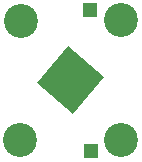
<source format=gbs>
G75*
%MOIN*%
%OFA0B0*%
%FSLAX25Y25*%
%IPPOS*%
%LPD*%
%AMOC8*
5,1,8,0,0,1.08239X$1,22.5*
%
%ADD10R,0.04600X0.04600*%
%ADD11R,0.15991X0.15991*%
%ADD12C,0.11325*%
D10*
X0034212Y0006815D03*
X0033818Y0053822D03*
D11*
G36*
X0038743Y0031500D02*
X0028465Y0019252D01*
X0016217Y0029530D01*
X0026495Y0041778D01*
X0038743Y0031500D01*
G37*
D12*
X0010765Y0010595D03*
X0044431Y0010477D03*
X0044195Y0050436D03*
X0011001Y0050317D03*
M02*

</source>
